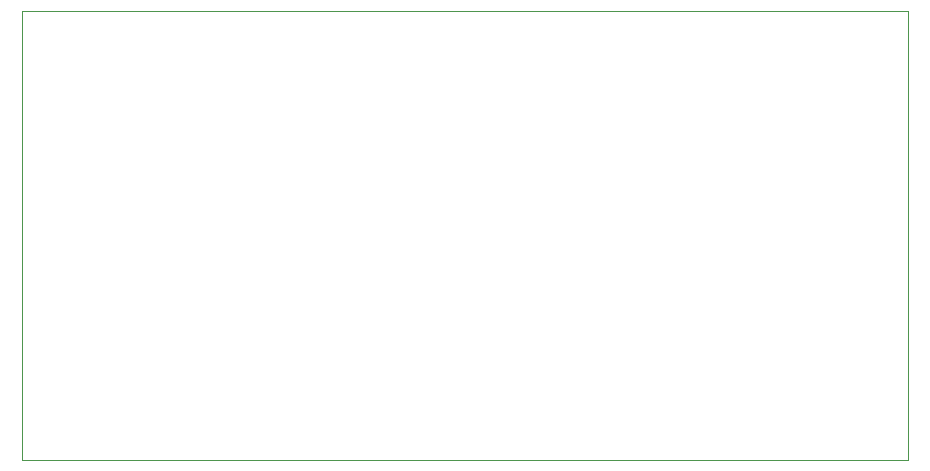
<source format=gbr>
G04 Generated by CADint PCB *
%FSLAX44Y44*%
%MOMM*%
%IPPOS*%
%ADD39C,0.010000*%
%ADD14C,0.112500*%
%ADD15C,0.150000*%
%ADD11C,0.152400*%
%ADD12C,0.200000*%
%ADD22C,0.203200*%
%ADD16C,0.225000*%
%ADD10C,0.250000*%
%ADD13C,0.254000*%
%ADD17C,0.262500*%
%ADD33C,0.300000*%
%ADD28C,0.500000*%
%ADD36C,0.863600*%
%ADD34C,1.000000*%
%ADD37C,1.200000*%
%ADD38C,1.350000*%
%ADD29C,1.600200*%
%ADD18C,1.905000*%
%ADD35C,2.000000*%
%ADD30C,2.489200*%
%ADD31C,2.500000*%
%ADD32C,2.600200*%
%ADD19C,2.727200*%
%ADD20C,2.997200*%
%ADD26R,0.896000X1.546000*%
%ADD21R,1.023000X1.673000*%
%ADD27R,1.146800X0.596800*%
%ADD24R,1.270000X1.270000*%
%ADD23R,1.273800X0.723800*%
%ADD25R,1.651000X0.381000*%
%LNBoard_Outline*%
%LPD*%
D39*
X750000Y0D02*
X0D01*
Y380000D01*
X750000D01*
Y0D01*
M02*

</source>
